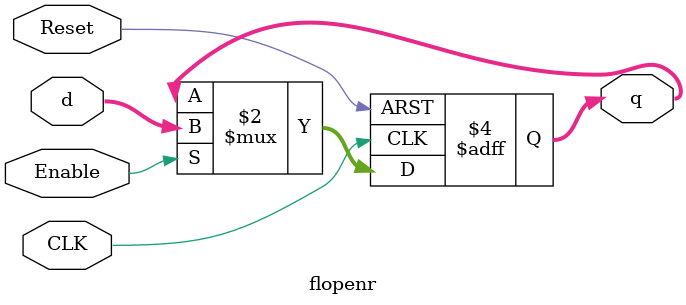
<source format=v>
`timescale 1ns / 1ps


module flopenr #(parameter 	WIDTH = 8)
	(CLK, Reset, Enable, d, q);
	input CLK, Reset;
	input Enable;
	input [WIDTH - 1: 0] d;
	output reg [WIDTH - 1: 0] q;
	//remark: here differs from given code
	// always ->always_ff
	always @(posedge CLK or posedge Reset)
		if(Reset) q <= 0;
		else if(Enable) q <= d;

endmodule

</source>
